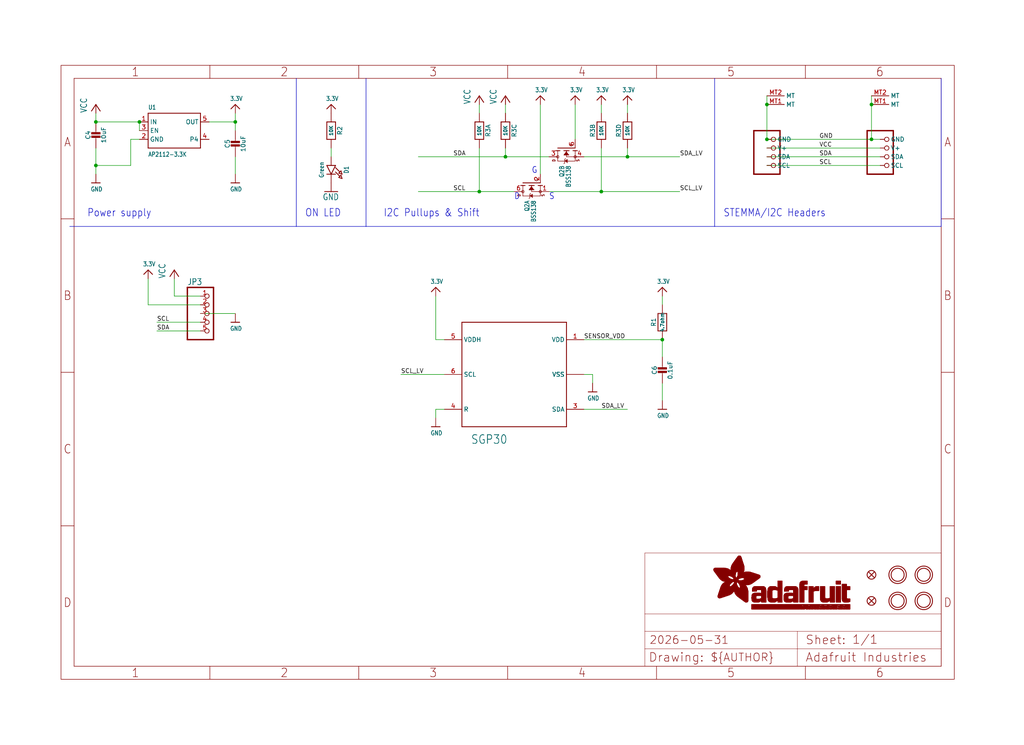
<source format=kicad_sch>
(kicad_sch (version 20230121) (generator eeschema)
  (paper "User" 298.45 217.322)
  (lib_symbols
    (symbol "working-eagle-import:3.3V" (power)
      (property "Value" "3.3V" (at -1.524 1.016 0))
      (symbol "3.3V_1_0"
        (pin power_in line (at 0 -2.54 90) (length 2.54) (name "3.3V") (number "1"))
      )
    )
    (symbol "working-eagle-import:CAP_CERAMIC0603_NO"
      (property "Reference" "C" (at -2.29 1.25 90))
      (symbol "CAP_CERAMIC0603_NO_1_0"
        (pin passive line (at 0 5.08 270) (length 2.54) (name "1") (number "1"))
        (pin passive line (at 0 -2.54 90) (length 2.54) (name "2") (number "2"))
      )
    )
    (symbol "working-eagle-import:CAP_CERAMIC0805-NOOUTLINE"
      (property "Reference" "C" (at -2.29 1.25 90))
      (symbol "CAP_CERAMIC0805-NOOUTLINE_1_0"
        (pin passive line (at 0 5.08 270) (length 2.54) (name "1") (number "1"))
        (pin passive line (at 0 -2.54 90) (length 2.54) (name "2") (number "2"))
      )
    )
    (symbol "working-eagle-import:FIDUCIAL_1MM")
    (symbol "working-eagle-import:FRAME_A4_ADAFRUIT"
      (symbol "FRAME_A4_ADAFRUIT_1_0"
        (text "${#}/${##}" (at 230.505 10.16 0) (effects (font (size 2.54 2.54)) (justify left bottom)))
        (text "${AUTHOR}" (at 189.23 5.08 0) (effects (font (size 2.286 2.286)) (justify left bottom)))
        (text "${CURRENT_DATE}" (at 171.45 10.16 0) (effects (font (size 2.286 2.286)) (justify left bottom)))
        (text "${PROJECTNAME}" (at 171.45 15.24 0) (effects (font (size 2.54 2.54)) (justify left bottom)))
        (text "1" (at 21.6958 1.905 0) (effects (font (size 2.54 2.286))))
        (text "1" (at 21.6958 177.165 0) (effects (font (size 2.54 2.286))))
        (text "2" (at 65.0875 1.905 0) (effects (font (size 2.54 2.286))))
        (text "2" (at 65.0875 177.165 0) (effects (font (size 2.54 2.286))))
        (text "3" (at 108.4792 1.905 0) (effects (font (size 2.54 2.286))))
        (text "3" (at 108.4792 177.165 0) (effects (font (size 2.54 2.286))))
        (text "4" (at 151.8708 1.905 0) (effects (font (size 2.54 2.286))))
        (text "4" (at 151.8708 177.165 0) (effects (font (size 2.54 2.286))))
        (text "5" (at 195.2625 1.905 0) (effects (font (size 2.54 2.286))))
        (text "5" (at 195.2625 177.165 0) (effects (font (size 2.54 2.286))))
        (text "6" (at 238.6542 1.905 0) (effects (font (size 2.54 2.286))))
        (text "6" (at 238.6542 177.165 0) (effects (font (size 2.54 2.286))))
        (text "A" (at 1.905 156.6863 0) (effects (font (size 2.54 2.286))))
        (text "A" (at 258.445 156.6863 0) (effects (font (size 2.54 2.286))))
        (text "Adafruit Industries" (at 216.916 4.953 0) (effects (font (size 2.54 2.54)) (justify left bottom)))
        (text "B" (at 1.905 111.9188 0) (effects (font (size 2.54 2.286))))
        (text "B" (at 258.445 111.9188 0) (effects (font (size 2.54 2.286))))
        (text "C" (at 1.905 67.1513 0) (effects (font (size 2.54 2.286))))
        (text "C" (at 258.445 67.1513 0) (effects (font (size 2.54 2.286))))
        (text "D" (at 1.905 22.3838 0) (effects (font (size 2.54 2.286))))
        (text "D" (at 258.445 22.3838 0) (effects (font (size 2.54 2.286))))
        (text "Drawing:" (at 171.196 4.953 0) (effects (font (size 2.54 2.54)) (justify left bottom)))
        (text "Sheet:" (at 216.916 10.033 0) (effects (font (size 2.54 2.54)) (justify left bottom)))
      )
    )
    (symbol "working-eagle-import:GND" (power)
      (property "Value" "GND" (at -1.524 -2.54 0))
      (symbol "GND_1_0"
        (pin power_in line (at 0 2.54 270) (length 2.54) (name "GND") (number "1"))
      )
    )
    (symbol "working-eagle-import:HEADER-1X570MIL"
      (property "Reference" "JP" (at -6.35 8.255 0))
      (symbol "HEADER-1X570MIL_1_0"
        (pin passive inverted (at -2.54 5.08 0) (length 2.54) (name "1") (number "1"))
        (pin passive inverted (at -2.54 2.54 0) (length 2.54) (name "2") (number "2"))
        (pin passive inverted (at -2.54 0 0) (length 2.54) (name "3") (number "3"))
        (pin passive inverted (at -2.54 -2.54 0) (length 2.54) (name "4") (number "4"))
        (pin passive inverted (at -2.54 -5.08 0) (length 2.54) (name "5") (number "5"))
      )
    )
    (symbol "working-eagle-import:LED0603_NOOUTLINE"
      (property "Reference" "D" (at -1.27 4.445 0))
      (symbol "LED0603_NOOUTLINE_1_0"
        (pin passive line (at -5.08 0 0) (length 2.54) (name "A") (number "A"))
        (pin passive line (at 2.54 0 180) (length 2.54) (name "C") (number "C"))
      )
    )
    (symbol "working-eagle-import:MOSFET-N_DUAL"
      (property "Reference" "Q" (at 5.08 0.635 0))
      (symbol "MOSFET-N_DUAL_1_0"
        (text "D" (at 3.175 3.175 0) (effects (font (size 0.8128 0.6908)) (justify left bottom)))
        (text "G" (at -1.27 -1.905 0) (effects (font (size 0.8128 0.6908)) (justify left bottom)))
        (text "S" (at 3.175 -3.81 0) (effects (font (size 0.8128 0.6908)) (justify left bottom)))
        (pin bidirectional line (at 2.54 -5.08 90) (length 2.54) (name "S") (number "1"))
        (pin bidirectional line (at -2.54 -2.54 0) (length 2.54) (name "G") (number "2"))
        (pin bidirectional line (at 2.54 5.08 270) (length 2.54) (name "D") (number "6"))
      )
      (symbol "MOSFET-N_DUAL_2_0"
        (text "D" (at 3.175 3.175 0) (effects (font (size 0.8128 0.6908)) (justify left bottom)))
        (text "G" (at -1.27 -1.905 0) (effects (font (size 0.8128 0.6908)) (justify left bottom)))
        (text "S" (at 3.175 -3.81 0) (effects (font (size 0.8128 0.6908)) (justify left bottom)))
        (pin bidirectional line (at 2.54 5.08 270) (length 2.54) (name "D") (number "3"))
        (pin bidirectional line (at 2.54 -5.08 90) (length 2.54) (name "S") (number "4"))
        (pin bidirectional line (at -2.54 -2.54 0) (length 2.54) (name "G") (number "5"))
      )
    )
    (symbol "working-eagle-import:MOUNTINGHOLE2.5")
    (symbol "working-eagle-import:RESISTOR_0603_NOOUT"
      (property "Reference" "R" (at 0 2.54 0))
      (symbol "RESISTOR_0603_NOOUT_1_0"
        (pin passive line (at -5.08 0 0) (length 2.54) (name "1") (number "1"))
        (pin passive line (at 5.08 0 180) (length 2.54) (name "2") (number "2"))
      )
    )
    (symbol "working-eagle-import:RESISTOR_4PACK"
      (property "Reference" "R" (at 0 2.54 0))
      (symbol "RESISTOR_4PACK_1_0"
        (pin passive line (at -5.08 0 0) (length 2.54) (name "1") (number "1"))
        (pin passive line (at 5.08 0 180) (length 2.54) (name "2") (number "8"))
      )
      (symbol "RESISTOR_4PACK_2_0"
        (pin passive line (at -5.08 0 0) (length 2.54) (name "1") (number "2"))
        (pin passive line (at 5.08 0 180) (length 2.54) (name "2") (number "7"))
      )
      (symbol "RESISTOR_4PACK_3_0"
        (pin passive line (at -5.08 0 0) (length 2.54) (name "1") (number "3"))
        (pin passive line (at 5.08 0 180) (length 2.54) (name "2") (number "6"))
      )
      (symbol "RESISTOR_4PACK_4_0"
        (pin passive line (at -5.08 0 0) (length 2.54) (name "1") (number "4"))
        (pin passive line (at 5.08 0 180) (length 2.54) (name "2") (number "5"))
      )
    )
    (symbol "working-eagle-import:SGP30"
      (symbol "SGP30_1_0"
        (pin bidirectional line (at 20.32 10.16 180) (length 5.08) (name "VDD") (number "1"))
        (pin bidirectional line (at 20.32 0 180) (length 5.08) (name "VSS") (number "2"))
        (pin bidirectional line (at 20.32 -10.16 180) (length 5.08) (name "SDA") (number "3"))
        (pin bidirectional line (at -20.32 -10.16 0) (length 5.08) (name "R") (number "4"))
        (pin bidirectional line (at -20.32 10.16 0) (length 5.08) (name "VDDH") (number "5"))
        (pin bidirectional line (at -20.32 0 0) (length 5.08) (name "SCL") (number "6"))
        (pin bidirectional line (at 20.32 0 180) (length 5.08) (name "VSS") (number "P$7"))
      )
    )
    (symbol "working-eagle-import:STEMMA_I2C_QT"
      (symbol "STEMMA_I2C_QT_1_0"
        (pin passive inverted (at 0 5.08 0) (length 2.54) (name "GND") (number "1"))
        (pin passive inverted (at 0 2.54 0) (length 2.54) (name "V+") (number "2"))
        (pin passive inverted (at 0 0 0) (length 2.54) (name "SDA") (number "3"))
        (pin passive inverted (at 0 -2.54 0) (length 2.54) (name "SCL") (number "4"))
      )
      (symbol "STEMMA_I2C_QT_2_0"
        (pin bidirectional line (at 0 0 0) (length 5.08) (name "MT") (number "MT1"))
      )
      (symbol "STEMMA_I2C_QT_3_0"
        (pin bidirectional line (at 0 0 0) (length 5.08) (name "MT") (number "MT2"))
      )
    )
    (symbol "working-eagle-import:VCC" (power)
      (property "Value" "VCC" (at -2.54 -2.54 90))
      (symbol "VCC_1_0"
        (pin power_in line (at 0 -2.54 90) (length 2.54) (name "VCC") (number "1"))
      )
    )
    (symbol "working-eagle-import:VREG_SOT23-5"
      (property "Reference" "U" (at -7.62 6.096 0))
      (symbol "VREG_SOT23-5_1_0"
        (pin power_in line (at -10.16 2.54 0) (length 2.54) (name "IN") (number "1"))
        (pin power_in line (at -10.16 -2.54 0) (length 2.54) (name "GND") (number "2"))
        (pin input line (at -10.16 0 0) (length 2.54) (name "EN") (number "3"))
        (pin bidirectional line (at 10.16 -2.54 180) (length 2.54) (name "P4") (number "4"))
        (pin power_in line (at 10.16 2.54 180) (length 2.54) (name "OUT") (number "5"))
      )
    )
    (symbol "working-eagle-import:supply1_GND" (power)
      (property "Value" "supply1_GND" (at -2.54 -2.54 0))
      (symbol "supply1_GND_1_0"
        (pin power_in line (at 0 2.54 270) (length 2.54) (name "GND") (number "1"))
      )
    )
  )
  (junction (at 27.94 48.26))
  (junction (at 223.52 40.64))
  (junction (at 40.64 35.56))
  (junction (at 27.94 35.56))
  (junction (at 139.7 55.88))
  (junction (at 147.32 45.72))
  (junction (at 254 30.48))
  (junction (at 68.58 35.56))
  (junction (at 175.26 55.88))
  (junction (at 193.04 99.06))
  (junction (at 223.52 30.48))
  (junction (at 254 40.64))
  (junction (at 182.88 45.72))
  (wire (pts (xy 182.88 45.72) (xy 198.12 45.72)) (stroke (width 0.1524)))
  (wire (pts (xy 96.52 45.72) (xy 96.52 43.18)) (stroke (width 0.1524)))
  (wire (pts (xy 68.58 45.72) (xy 68.58 50.8)) (stroke (width 0.1524)))
  (wire (pts (xy 68.58 35.56) (xy 68.58 38.1)) (stroke (width 0.1524)))
  (wire (pts (xy 170.18 119.38) (xy 182.88 119.38)) (stroke (width 0.1524)))
  (wire (pts (xy 223.52 27.94) (xy 223.52 30.48)) (stroke (width 0.1524)))
  (wire (pts (xy 27.94 48.26) (xy 27.94 43.18)) (stroke (width 0.1524)))
  (wire (pts (xy 129.54 99.06) (xy 127 99.06)) (stroke (width 0.1524)))
  (polyline (pts (xy 106.68 66.04) (xy 208.28 66.04)) (stroke (width 0.1524) (type solid)))
  (wire (pts (xy 223.52 43.18) (xy 256.54 43.18)) (stroke (width 0.1524)))
  (polyline (pts (xy 106.68 22.86) (xy 106.68 66.04)) (stroke (width 0.1524) (type solid)))
  (wire (pts (xy 157.48 50.8) (xy 157.48 30.48)) (stroke (width 0.1524)))
  (wire (pts (xy 149.86 55.88) (xy 139.7 55.88)) (stroke (width 0.1524)))
  (wire (pts (xy 193.04 99.06) (xy 193.04 104.14)) (stroke (width 0.1524)))
  (wire (pts (xy 223.52 30.48) (xy 223.52 40.64)) (stroke (width 0.1524)))
  (wire (pts (xy 129.54 109.22) (xy 116.84 109.22)) (stroke (width 0.1524)))
  (wire (pts (xy 167.64 40.64) (xy 167.64 30.48)) (stroke (width 0.1524)))
  (wire (pts (xy 254 27.94) (xy 254 30.48)) (stroke (width 0.1524)))
  (wire (pts (xy 58.42 91.44) (xy 68.58 91.44)) (stroke (width 0.1524)))
  (wire (pts (xy 175.26 33.02) (xy 175.26 30.48)) (stroke (width 0.1524)))
  (wire (pts (xy 60.96 35.56) (xy 68.58 35.56)) (stroke (width 0.1524)))
  (wire (pts (xy 254 40.64) (xy 223.52 40.64)) (stroke (width 0.1524)))
  (polyline (pts (xy 208.28 22.86) (xy 208.28 66.04)) (stroke (width 0.1524) (type solid)))
  (wire (pts (xy 182.88 33.02) (xy 182.88 30.48)) (stroke (width 0.1524)))
  (wire (pts (xy 256.54 40.64) (xy 254 40.64)) (stroke (width 0.1524)))
  (wire (pts (xy 58.42 96.52) (xy 45.72 96.52)) (stroke (width 0.1524)))
  (wire (pts (xy 58.42 93.98) (xy 45.72 93.98)) (stroke (width 0.1524)))
  (wire (pts (xy 193.04 86.36) (xy 193.04 88.9)) (stroke (width 0.1524)))
  (wire (pts (xy 127 99.06) (xy 127 86.36)) (stroke (width 0.1524)))
  (wire (pts (xy 58.42 88.9) (xy 43.18 88.9)) (stroke (width 0.1524)))
  (wire (pts (xy 27.94 33.02) (xy 27.94 35.56)) (stroke (width 0.1524)))
  (wire (pts (xy 256.54 45.72) (xy 223.52 45.72)) (stroke (width 0.1524)))
  (wire (pts (xy 254 30.48) (xy 254 40.64)) (stroke (width 0.1524)))
  (wire (pts (xy 193.04 111.76) (xy 193.04 116.84)) (stroke (width 0.1524)))
  (wire (pts (xy 147.32 33.02) (xy 147.32 30.48)) (stroke (width 0.1524)))
  (wire (pts (xy 223.52 48.26) (xy 256.54 48.26)) (stroke (width 0.1524)))
  (wire (pts (xy 172.72 109.22) (xy 172.72 111.76)) (stroke (width 0.1524)))
  (wire (pts (xy 38.1 48.26) (xy 27.94 48.26)) (stroke (width 0.1524)))
  (wire (pts (xy 139.7 55.88) (xy 121.92 55.88)) (stroke (width 0.1524)))
  (wire (pts (xy 68.58 35.56) (xy 68.58 33.02)) (stroke (width 0.1524)))
  (wire (pts (xy 58.42 86.36) (xy 50.8 86.36)) (stroke (width 0.1524)))
  (wire (pts (xy 127 119.38) (xy 127 121.92)) (stroke (width 0.1524)))
  (wire (pts (xy 139.7 43.18) (xy 139.7 55.88)) (stroke (width 0.1524)))
  (polyline (pts (xy 86.36 22.86) (xy 86.36 66.04)) (stroke (width 0.1524) (type solid)))
  (wire (pts (xy 43.18 88.9) (xy 43.18 81.28)) (stroke (width 0.1524)))
  (wire (pts (xy 160.02 55.88) (xy 175.26 55.88)) (stroke (width 0.1524)))
  (wire (pts (xy 50.8 86.36) (xy 50.8 81.28)) (stroke (width 0.1524)))
  (wire (pts (xy 182.88 43.18) (xy 182.88 45.72)) (stroke (width 0.1524)))
  (wire (pts (xy 129.54 119.38) (xy 127 119.38)) (stroke (width 0.1524)))
  (wire (pts (xy 38.1 40.64) (xy 38.1 48.26)) (stroke (width 0.1524)))
  (wire (pts (xy 160.02 45.72) (xy 147.32 45.72)) (stroke (width 0.1524)))
  (wire (pts (xy 175.26 55.88) (xy 198.12 55.88)) (stroke (width 0.1524)))
  (wire (pts (xy 170.18 45.72) (xy 182.88 45.72)) (stroke (width 0.1524)))
  (polyline (pts (xy 208.28 66.04) (xy 274.32 66.04)) (stroke (width 0.1524) (type solid)))
  (wire (pts (xy 40.64 38.1) (xy 40.64 35.56)) (stroke (width 0.1524)))
  (polyline (pts (xy 20.32 66.04) (xy 86.36 66.04)) (stroke (width 0.1524) (type solid)))
  (polyline (pts (xy 86.36 66.04) (xy 106.68 66.04)) (stroke (width 0.1524) (type solid)))
  (wire (pts (xy 170.18 99.06) (xy 193.04 99.06)) (stroke (width 0.1524)))
  (wire (pts (xy 139.7 30.48) (xy 139.7 33.02)) (stroke (width 0.1524)))
  (wire (pts (xy 40.64 35.56) (xy 27.94 35.56)) (stroke (width 0.1524)))
  (wire (pts (xy 147.32 43.18) (xy 147.32 45.72)) (stroke (width 0.1524)))
  (wire (pts (xy 170.18 109.22) (xy 172.72 109.22)) (stroke (width 0.1524)))
  (polyline (pts (xy 274.32 22.86) (xy 274.32 66.04)) (stroke (width 0.1524) (type solid)))
  (wire (pts (xy 27.94 48.26) (xy 27.94 50.8)) (stroke (width 0.1524)))
  (wire (pts (xy 147.32 45.72) (xy 121.92 45.72)) (stroke (width 0.1524)))
  (wire (pts (xy 175.26 43.18) (xy 175.26 55.88)) (stroke (width 0.1524)))
  (wire (pts (xy 40.64 40.64) (xy 38.1 40.64)) (stroke (width 0.1524)))
  (text "STEMMA/I2C Headers" (at 210.82 63.5 0) (effects (font (size 2.1844 1.8567)) (justify left bottom)))
  (text "I2C Pullups & Shift" (at 111.76 63.5 0) (effects (font (size 2.1844 1.8567)) (justify left bottom)))
  (text "ON LED" (at 88.9 63.5 0) (effects (font (size 2.1844 1.8567)) (justify left bottom)))
  (text "S" (at 160.02 58.42 0) (effects (font (size 1.778 1.5113)) (justify left bottom)))
  (text "D" (at 149.86 58.42 0) (effects (font (size 1.778 1.5113)) (justify left bottom)))
  (text "Power supply" (at 25.4 63.5 0) (effects (font (size 2.1844 1.8567)) (justify left bottom)))
  (text "G" (at 154.94 50.8 0) (effects (font (size 1.778 1.5113)) (justify left bottom)))
  (label "SCL" (at 238.76 48.26 0) (effects (font (size 1.2446 1.2446))))
  (label "SENSOR_VDD" (at 170.18 99.06 0) (effects (font (size 1.2446 1.2446))))
  (label "SDA" (at 132.08 45.72 0) (effects (font (size 1.2446 1.2446))))
  (label "GND" (at 238.76 40.64 0) (effects (font (size 1.2446 1.2446))))
  (label "SDA_LV" (at 198.12 45.72 0) (effects (font (size 1.2446 1.2446))))
  (label "SDA_LV" (at 175.26 119.38 0) (effects (font (size 1.2446 1.2446))))
  (label "SDA" (at 238.76 45.72 0) (effects (font (size 1.2446 1.2446))))
  (label "VCC" (at 238.76 43.18 0) (effects (font (size 1.2446 1.2446))))
  (label "SDA" (at 45.72 96.52 0) (effects (font (size 1.2446 1.2446))))
  (label "SCL_LV" (at 116.84 109.22 0) (effects (font (size 1.2446 1.2446))))
  (label "SCL" (at 45.72 93.98 0) (effects (font (size 1.2446 1.2446))))
  (label "SCL" (at 132.08 55.88 0) (effects (font (size 1.2446 1.2446))))
  (label "SCL_LV" (at 198.12 55.88 0) (effects (font (size 1.2446 1.2446))))
  (symbol (lib_id "working-eagle-import:STEMMA_I2C_QT") (at 223.52 30.48 0) (unit 2)
    (property "Reference" "CONN3" (effects hide))
    (property "Value" "STEMMA_I2C_QT" (effects hide))
    (property "Footprint" "working:JST_SH4" (effects hide))
  )
  (symbol (lib_id "working-eagle-import:STEMMA_I2C_QT") (at 256.54 45.72 0) (unit 1)
    (property "Reference" "CONN4" (effects hide))
    (property "Value" "STEMMA_I2C_QT" (effects hide))
    (property "Footprint" "working:JST_SH4" (effects hide))
  )
  (symbol (lib_id "working-eagle-import:SGP30") (at 149.86 109.22 0) (unit 1)
    (property "Reference" "X1" (effects hide))
    (property "Value" "SGP30" (at 137.16 129.54 0) (effects (font (size 2.54 2.159)) (justify left bottom)))
    (property "Footprint" "working:SGP30" (effects hide))
  )
  (symbol (lib_id "working-eagle-import:FIDUCIAL_1MM") (at 254 167.64 0) (unit 1)
    (property "Reference" "FID4" (effects hide))
    (property "Value" "FIDUCIAL_1MM" (effects hide))
    (property "Footprint" "working:FIDUCIAL_1MM" (effects hide))
  )
  (symbol (lib_id "working-eagle-import:3.3V") (at 68.58 30.48 0) (unit 1)
    (property "Reference" "#U$3" (effects hide))
    (property "Value" "3.3V" (at 67.056 29.464 0) (effects (font (size 1.27 1.0795)) (justify left bottom)))
  )
  (symbol (lib_id "working-eagle-import:GND") (at 127 124.46 0) (unit 1)
    (property "Reference" "#U$7" (effects hide))
    (property "Value" "GND" (at 125.476 127 0) (effects (font (size 1.27 1.0795)) (justify left bottom)))
  )
  (symbol (lib_id "working-eagle-import:STEMMA_I2C_QT") (at 223.52 27.94 0) (unit 3)
    (property "Reference" "CONN3" (effects hide))
    (property "Value" "STEMMA_I2C_QT" (effects hide))
    (property "Footprint" "working:JST_SH4" (effects hide))
  )
  (symbol (lib_id "working-eagle-import:VCC") (at 27.94 30.48 0) (unit 1)
    (property "Reference" "#P+11" (effects hide))
    (property "Value" "VCC" (at 25.4 33.02 90) (effects (font (size 1.778 1.5113)) (justify left bottom)))
  )
  (symbol (lib_id "working-eagle-import:CAP_CERAMIC0805-NOOUTLINE") (at 68.58 43.18 0) (unit 1)
    (property "Reference" "C5" (at 66.29 41.93 90))
    (property "Value" "10uF" (at 70.88 41.93 90))
    (property "Footprint" "working:0805-NO" (effects hide))
  )
  (symbol (lib_id "working-eagle-import:VCC") (at 50.8 78.74 0) (unit 1)
    (property "Reference" "#P+12" (effects hide))
    (property "Value" "VCC" (at 48.26 81.28 90) (effects (font (size 1.778 1.5113)) (justify left bottom)))
  )
  (symbol (lib_id "working-eagle-import:MOUNTINGHOLE2.5") (at 269.24 175.26 0) (unit 1)
    (property "Reference" "U$32" (effects hide))
    (property "Value" "MOUNTINGHOLE2.5" (effects hide))
    (property "Footprint" "working:MOUNTINGHOLE_2.5_PLATED" (effects hide))
  )
  (symbol (lib_id "working-eagle-import:MOSFET-N_DUAL") (at 165.1 43.18 90) (mirror x) (unit 2)
    (property "Reference" "Q2" (at 164.465 48.26 0) (effects (font (size 1.27 1.0795)) (justify left bottom)))
    (property "Value" "BSS138" (at 166.37 48.26 0) (effects (font (size 1.27 1.0795)) (justify left bottom)))
    (property "Footprint" "working:SOT363" (effects hide))
  )
  (symbol (lib_id "working-eagle-import:MOUNTINGHOLE2.5") (at 261.62 175.26 0) (unit 1)
    (property "Reference" "U$28" (effects hide))
    (property "Value" "MOUNTINGHOLE2.5" (effects hide))
    (property "Footprint" "working:MOUNTINGHOLE_2.5_PLATED" (effects hide))
  )
  (symbol (lib_id "working-eagle-import:GND") (at 172.72 114.3 0) (unit 1)
    (property "Reference" "#U$11" (effects hide))
    (property "Value" "GND" (at 171.196 116.84 0) (effects (font (size 1.27 1.0795)) (justify left bottom)))
  )
  (symbol (lib_id "working-eagle-import:RESISTOR_4PACK") (at 182.88 38.1 90) (mirror x) (unit 4)
    (property "Reference" "R3" (at 180.34 38.1 0))
    (property "Value" "10K" (at 182.88 38.1 0) (effects (font (size 1.016 1.016) bold)))
    (property "Footprint" "working:RESPACK_4X0603" (effects hide))
  )
  (symbol (lib_id "working-eagle-import:RESISTOR_4PACK") (at 139.7 38.1 270) (unit 1)
    (property "Reference" "R3" (at 142.24 38.1 0))
    (property "Value" "10K" (at 139.7 38.1 0) (effects (font (size 1.016 1.016) bold)))
    (property "Footprint" "working:RESPACK_4X0603" (effects hide))
  )
  (symbol (lib_id "working-eagle-import:CAP_CERAMIC0603_NO") (at 193.04 109.22 0) (unit 1)
    (property "Reference" "C6" (at 190.75 107.97 90))
    (property "Value" "0.1uF" (at 195.34 107.97 90))
    (property "Footprint" "working:0603-NO" (effects hide))
  )
  (symbol (lib_id "working-eagle-import:RESISTOR_0603_NOOUT") (at 193.04 93.98 90) (unit 1)
    (property "Reference" "R1" (at 190.5 93.98 0))
    (property "Value" "4.7ohm" (at 193.04 93.98 0) (effects (font (size 1.016 1.016) bold)))
    (property "Footprint" "working:0603-NO" (effects hide))
  )
  (symbol (lib_id "working-eagle-import:MOSFET-N_DUAL") (at 154.94 53.34 90) (mirror x) (unit 1)
    (property "Reference" "Q2" (at 154.305 58.42 0) (effects (font (size 1.27 1.0795)) (justify left bottom)))
    (property "Value" "BSS138" (at 156.21 58.42 0) (effects (font (size 1.27 1.0795)) (justify left bottom)))
    (property "Footprint" "working:SOT363" (effects hide))
  )
  (symbol (lib_id "working-eagle-import:3.3V") (at 127 83.82 0) (unit 1)
    (property "Reference" "#U$10" (effects hide))
    (property "Value" "3.3V" (at 125.476 82.804 0) (effects (font (size 1.27 1.0795)) (justify left bottom)))
  )
  (symbol (lib_id "working-eagle-import:FIDUCIAL_1MM") (at 254 175.26 0) (unit 1)
    (property "Reference" "FID3" (effects hide))
    (property "Value" "FIDUCIAL_1MM" (effects hide))
    (property "Footprint" "working:FIDUCIAL_1MM" (effects hide))
  )
  (symbol (lib_id "working-eagle-import:FRAME_A4_ADAFRUIT") (at 17.78 198.12 0) (unit 1)
    (property "Reference" "#U$30" (effects hide))
    (property "Value" "FRAME_A4_ADAFRUIT" (effects hide))
  )
  (symbol (lib_id "working-eagle-import:supply1_GND") (at 96.52 55.88 0) (unit 1)
    (property "Reference" "#GND6" (effects hide))
    (property "Value" "GND" (at 93.98 58.42 0) (effects (font (size 1.778 1.5113)) (justify left bottom)))
  )
  (symbol (lib_id "working-eagle-import:MOUNTINGHOLE2.5") (at 261.62 167.64 0) (unit 1)
    (property "Reference" "U$29" (effects hide))
    (property "Value" "MOUNTINGHOLE2.5" (effects hide))
    (property "Footprint" "working:MOUNTINGHOLE_2.5_PLATED" (effects hide))
  )
  (symbol (lib_id "working-eagle-import:VREG_SOT23-5") (at 50.8 38.1 0) (unit 1)
    (property "Reference" "U1" (at 43.18 32.004 0) (effects (font (size 1.27 1.0795)) (justify left bottom)))
    (property "Value" "AP2112-3.3K" (at 43.18 45.72 0) (effects (font (size 1.27 1.0795)) (justify left bottom)))
    (property "Footprint" "working:SOT23-5" (effects hide))
  )
  (symbol (lib_id "working-eagle-import:MOUNTINGHOLE2.5") (at 269.24 167.64 0) (unit 1)
    (property "Reference" "U$31" (effects hide))
    (property "Value" "MOUNTINGHOLE2.5" (effects hide))
    (property "Footprint" "working:MOUNTINGHOLE_2.5_PLATED" (effects hide))
  )
  (symbol (lib_id "working-eagle-import:HEADER-1X570MIL") (at 60.96 91.44 0) (unit 1)
    (property "Reference" "JP3" (at 54.61 83.185 0) (effects (font (size 1.778 1.5113)) (justify left bottom)))
    (property "Value" "HEADER-1X570MIL" (effects hide))
    (property "Footprint" "working:1X05_ROUND_70" (effects hide))
  )
  (symbol (lib_id "working-eagle-import:LED0603_NOOUTLINE") (at 96.52 50.8 270) (unit 1)
    (property "Reference" "D1" (at 100.965 49.53 0) (effects (font (size 1.27 1.0795))))
    (property "Value" "Green" (at 93.726 49.53 0) (effects (font (size 1.27 1.0795))))
    (property "Footprint" "working:CHIPLED_0603_NOOUTLINE" (effects hide))
  )
  (symbol (lib_id "working-eagle-import:RESISTOR_4PACK") (at 175.26 38.1 90) (mirror x) (unit 2)
    (property "Reference" "R3" (at 172.72 38.1 0))
    (property "Value" "10K" (at 175.26 38.1 0) (effects (font (size 1.016 1.016) bold)))
    (property "Footprint" "working:RESPACK_4X0603" (effects hide))
  )
  (symbol (lib_id "working-eagle-import:GND") (at 68.58 53.34 0) (unit 1)
    (property "Reference" "#U$14" (effects hide))
    (property "Value" "GND" (at 67.056 55.88 0) (effects (font (size 1.27 1.0795)) (justify left bottom)))
  )
  (symbol (lib_id "working-eagle-import:3.3V") (at 182.88 27.94 0) (unit 1)
    (property "Reference" "#U$9" (effects hide))
    (property "Value" "3.3V" (at 181.356 26.924 0) (effects (font (size 1.27 1.0795)) (justify left bottom)))
  )
  (symbol (lib_id "working-eagle-import:RESISTOR_0603_NOOUT") (at 96.52 38.1 270) (unit 1)
    (property "Reference" "R2" (at 99.06 38.1 0))
    (property "Value" "10K" (at 96.52 38.1 0) (effects (font (size 1.016 1.016) bold)))
    (property "Footprint" "working:0603-NO" (effects hide))
  )
  (symbol (lib_id "working-eagle-import:VCC") (at 147.32 27.94 0) (unit 1)
    (property "Reference" "#P+9" (effects hide))
    (property "Value" "VCC" (at 144.78 30.48 90) (effects (font (size 1.778 1.5113)) (justify left bottom)))
  )
  (symbol (lib_id "working-eagle-import:GND") (at 68.58 93.98 0) (unit 1)
    (property "Reference" "#U$18" (effects hide))
    (property "Value" "GND" (at 67.056 96.52 0) (effects (font (size 1.27 1.0795)) (justify left bottom)))
  )
  (symbol (lib_id "working-eagle-import:3.3V") (at 193.04 83.82 0) (unit 1)
    (property "Reference" "#U$13" (effects hide))
    (property "Value" "3.3V" (at 191.516 82.804 0) (effects (font (size 1.27 1.0795)) (justify left bottom)))
  )
  (symbol (lib_id "working-eagle-import:CAP_CERAMIC0805-NOOUTLINE") (at 27.94 40.64 0) (unit 1)
    (property "Reference" "C4" (at 25.65 39.39 90))
    (property "Value" "10uF" (at 30.24 39.39 90))
    (property "Footprint" "working:0805-NO" (effects hide))
  )
  (symbol (lib_id "working-eagle-import:RESISTOR_4PACK") (at 147.32 38.1 270) (unit 3)
    (property "Reference" "R3" (at 149.86 38.1 0))
    (property "Value" "10K" (at 147.32 38.1 0) (effects (font (size 1.016 1.016) bold)))
    (property "Footprint" "working:RESPACK_4X0603" (effects hide))
  )
  (symbol (lib_id "working-eagle-import:GND") (at 27.94 53.34 0) (unit 1)
    (property "Reference" "#U$12" (effects hide))
    (property "Value" "GND" (at 26.416 55.88 0) (effects (font (size 1.27 1.0795)) (justify left bottom)))
  )
  (symbol (lib_id "working-eagle-import:3.3V") (at 175.26 27.94 0) (unit 1)
    (property "Reference" "#U$8" (effects hide))
    (property "Value" "3.3V" (at 173.736 26.924 0) (effects (font (size 1.27 1.0795)) (justify left bottom)))
  )
  (symbol (lib_id "working-eagle-import:3.3V") (at 157.48 27.94 0) (unit 1)
    (property "Reference" "#U$6" (effects hide))
    (property "Value" "3.3V" (at 155.956 26.924 0) (effects (font (size 1.27 1.0795)) (justify left bottom)))
  )
  (symbol (lib_id "working-eagle-import:VCC") (at 139.7 27.94 0) (unit 1)
    (property "Reference" "#P+3" (effects hide))
    (property "Value" "VCC" (at 137.16 30.48 90) (effects (font (size 1.778 1.5113)) (justify left bottom)))
  )
  (symbol (lib_id "working-eagle-import:STEMMA_I2C_QT") (at 254 30.48 0) (unit 2)
    (property "Reference" "CONN4" (effects hide))
    (property "Value" "STEMMA_I2C_QT" (effects hide))
    (property "Footprint" "working:JST_SH4" (effects hide))
  )
  (symbol (lib_id "working-eagle-import:STEMMA_I2C_QT") (at 254 27.94 0) (unit 3)
    (property "Reference" "CONN4" (effects hide))
    (property "Value" "STEMMA_I2C_QT" (effects hide))
    (property "Footprint" "working:JST_SH4" (effects hide))
  )
  (symbol (lib_id "working-eagle-import:3.3V") (at 167.64 27.94 0) (unit 1)
    (property "Reference" "#U$5" (effects hide))
    (property "Value" "3.3V" (at 166.116 26.924 0) (effects (font (size 1.27 1.0795)) (justify left bottom)))
  )
  (symbol (lib_id "working-eagle-import:3.3V") (at 96.52 30.48 0) (unit 1)
    (property "Reference" "#U$4" (effects hide))
    (property "Value" "3.3V" (at 94.996 29.464 0) (effects (font (size 1.27 1.0795)) (justify left bottom)))
  )
  (symbol (lib_id "working-eagle-import:STEMMA_I2C_QT") (at 223.52 45.72 0) (unit 1)
    (property "Reference" "CONN3" (effects hide))
    (property "Value" "STEMMA_I2C_QT" (effects hide))
    (property "Footprint" "working:JST_SH4" (effects hide))
  )
  (symbol (lib_id "working-eagle-import:3.3V") (at 43.18 78.74 0) (unit 1)
    (property "Reference" "#U$1" (effects hide))
    (property "Value" "3.3V" (at 41.656 77.724 0) (effects (font (size 1.27 1.0795)) (justify left bottom)))
  )
  (symbol (lib_id "working-eagle-import:GND") (at 193.04 119.38 0) (unit 1)
    (property "Reference" "#U$15" (effects hide))
    (property "Value" "GND" (at 191.516 121.92 0) (effects (font (size 1.27 1.0795)) (justify left bottom)))
  )
)
</source>
